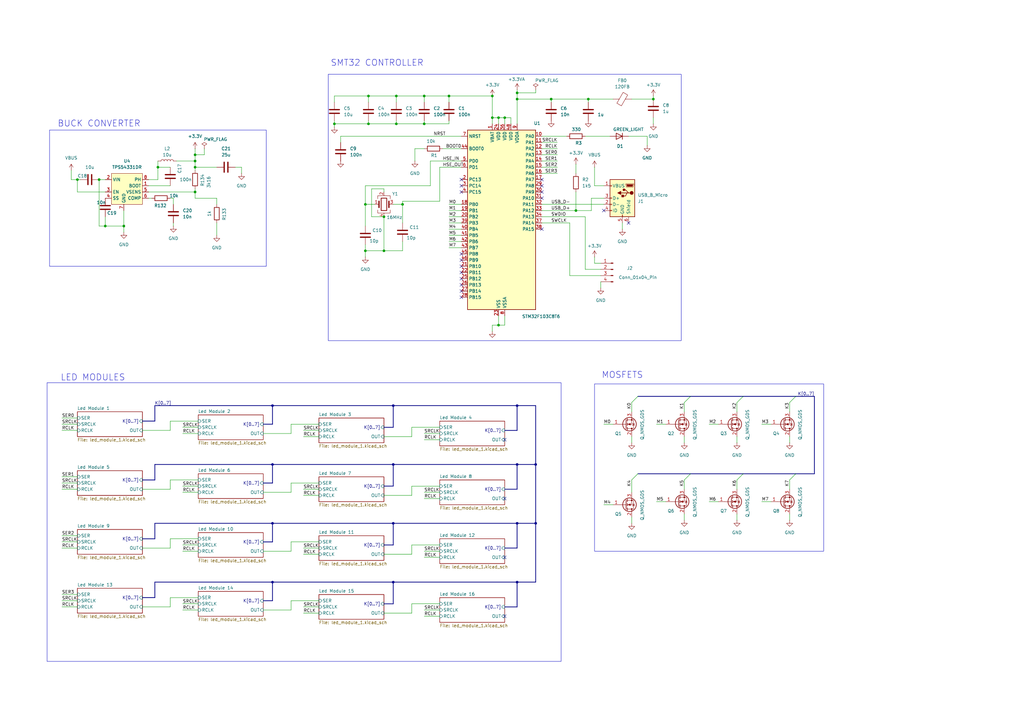
<source format=kicad_sch>
(kicad_sch (version 20231120) (generator "eeschema") (generator_version "8.0")
  (paper "A3")
  (junction (at 236.22 86.36))
  (junction (at 212.09 238.76))
  (junction (at 162.56 50.8))
  (junction (at 219.71 214.63))
  (junction (at 111.76 190.5))
  (junction (at 137.16 50.8))
  (junction (at 50.8 92.71))
  (junction (at 151.13 50.8))
  (junction (at 165.1 83.82))
  (junction (at 201.93 39.37))
  (junction (at 162.56 39.37))
  (junction (at 267.97 40.64))
  (junction (at 151.13 39.37))
  (junction (at 161.29 166.37))
  (junction (at 212.09 214.63))
  (junction (at 173.99 50.8))
  (junction (at 204.47 48.26))
  (junction (at 204.47 133.35))
  (junction (at 173.99 39.37))
  (junction (at 161.29 238.76))
  (junction (at 111.76 238.76))
  (junction (at 111.76 166.37))
  (junction (at 149.86 102.87))
  (junction (at 212.09 38.1))
  (junction (at 40.64 73.66))
  (junction (at 64.77 68.58))
  (junction (at 80.01 78.74))
  (junction (at 111.76 214.63))
  (junction (at 161.29 214.63))
  (junction (at 207.01 48.26))
  (junction (at 201.93 48.26))
  (junction (at 80.01 66.04))
  (junction (at 80.01 63.5))
  (junction (at 157.48 102.87))
  (junction (at 241.3 40.64))
  (junction (at 157.48 88.9))
  (junction (at 184.15 39.37))
  (junction (at 226.06 40.64))
  (junction (at 219.71 190.5))
  (junction (at 43.18 92.71))
  (junction (at 149.86 83.82))
  (junction (at 31.75 73.66))
  (junction (at 212.09 166.37))
  (junction (at 212.09 190.5))
  (junction (at 212.09 40.64))
  (junction (at 80.01 68.58))
  (junction (at 161.29 190.5))
  (no_connect (at 189.23 116.84))
  (no_connect (at 247.65 86.36))
  (no_connect (at 207.01 252.73))
  (no_connect (at 207.01 180.34))
  (no_connect (at 189.23 114.3))
  (no_connect (at 222.25 81.28))
  (no_connect (at 207.01 204.47))
  (no_connect (at 207.01 228.6))
  (no_connect (at 222.25 93.98))
  (no_connect (at 189.23 104.14))
  (no_connect (at 222.25 73.66))
  (no_connect (at 222.25 78.74))
  (no_connect (at 189.23 119.38))
  (no_connect (at 189.23 121.92))
  (no_connect (at 222.25 76.2))
  (no_connect (at 189.23 109.22))
  (no_connect (at 189.23 111.76))
  (no_connect (at 189.23 78.74))
  (no_connect (at 189.23 76.2))
  (no_connect (at 189.23 106.68))
  (no_connect (at 189.23 73.66))
  (no_connect (at 257.81 91.44))
  (bus_entry (at 302.26 165.1) (size 2.54 -2.54))
  (bus_entry (at 323.85 196.85) (size 2.54 -2.54))
  (bus_entry (at 280.67 196.85) (size 2.54 -2.54))
  (bus_entry (at 302.26 196.85) (size 2.54 -2.54))
  (bus_entry (at 259.08 196.85) (size 2.54 -2.54))
  (bus_entry (at 259.08 165.1) (size 2.54 -2.54))
  (bus_entry (at 280.67 165.1) (size 2.54 -2.54))
  (bus_entry (at 323.85 165.1) (size 2.54 -2.54))
  (bus (pts (xy 107.95 246.38) (xy 111.76 246.38)))
  (wire (pts (xy 212.09 40.64) (xy 226.06 40.64)))
  (wire (pts (xy 74.93 223.52) (xy 81.28 223.52)))
  (wire (pts (xy 323.85 196.85) (xy 323.85 200.66)))
  (bus (pts (xy 219.71 214.63) (xy 219.71 238.76)))
  (wire (pts (xy 80.01 66.04) (xy 80.01 68.58)))
  (wire (pts (xy 119.38 201.93) (xy 119.38 198.12)))
  (wire (pts (xy 259.08 196.85) (xy 259.08 201.93)))
  (bus (pts (xy 161.29 247.65) (xy 161.29 238.76)))
  (wire (pts (xy 69.85 224.79) (xy 69.85 220.98)))
  (bus (pts (xy 207.01 200.66) (xy 212.09 200.66)))
  (bus (pts (xy 161.29 166.37) (xy 212.09 166.37)))
  (bus (pts (xy 157.48 175.26) (xy 161.29 175.26)))
  (wire (pts (xy 157.48 203.2) (xy 168.91 203.2)))
  (wire (pts (xy 201.93 133.35) (xy 201.93 135.89)))
  (bus (pts (xy 326.39 162.56) (xy 334.01 162.56)))
  (wire (pts (xy 201.93 48.26) (xy 201.93 50.8)))
  (wire (pts (xy 80.01 68.58) (xy 80.01 69.85)))
  (wire (pts (xy 212.09 36.83) (xy 212.09 38.1)))
  (wire (pts (xy 107.95 226.06) (xy 119.38 226.06)))
  (wire (pts (xy 25.4 173.99) (xy 31.75 173.99)))
  (wire (pts (xy 74.93 201.93) (xy 81.28 201.93)))
  (wire (pts (xy 173.99 250.19) (xy 180.34 250.19)))
  (wire (pts (xy 259.08 179.07) (xy 259.08 181.61)))
  (bus (pts (xy 207.01 176.53) (xy 212.09 176.53)))
  (wire (pts (xy 107.95 177.8) (xy 119.38 177.8)))
  (wire (pts (xy 25.4 195.58) (xy 31.75 195.58)))
  (wire (pts (xy 259.08 212.09) (xy 259.08 214.63)))
  (bus (pts (xy 63.5 238.76) (xy 111.76 238.76)))
  (bus (pts (xy 107.95 173.99) (xy 111.76 173.99)))
  (bus (pts (xy 212.09 200.66) (xy 212.09 190.5)))
  (bus (pts (xy 304.8 194.31) (xy 326.39 194.31)))
  (wire (pts (xy 236.22 78.74) (xy 236.22 86.36)))
  (wire (pts (xy 226.06 40.64) (xy 241.3 40.64)))
  (wire (pts (xy 29.21 73.66) (xy 29.21 69.85)))
  (bus (pts (xy 212.09 214.63) (xy 219.71 214.63)))
  (wire (pts (xy 290.83 173.99) (xy 294.64 173.99)))
  (wire (pts (xy 173.99 50.8) (xy 184.15 50.8)))
  (wire (pts (xy 119.38 222.25) (xy 130.81 222.25)))
  (wire (pts (xy 124.46 224.79) (xy 130.81 224.79)))
  (wire (pts (xy 58.42 248.92) (xy 69.85 248.92)))
  (wire (pts (xy 168.91 247.65) (xy 180.34 247.65)))
  (wire (pts (xy 312.42 173.99) (xy 316.23 173.99)))
  (bus (pts (xy 58.42 220.98) (xy 63.5 220.98)))
  (wire (pts (xy 168.91 227.33) (xy 168.91 223.52)))
  (wire (pts (xy 69.85 172.72) (xy 81.28 172.72)))
  (bus (pts (xy 161.29 190.5) (xy 212.09 190.5)))
  (wire (pts (xy 302.26 210.82) (xy 302.26 213.36)))
  (wire (pts (xy 71.12 81.28) (xy 71.12 83.82)))
  (wire (pts (xy 255.27 91.44) (xy 255.27 93.98)))
  (wire (pts (xy 201.93 133.35) (xy 204.47 133.35)))
  (bus (pts (xy 212.09 224.79) (xy 212.09 214.63)))
  (wire (pts (xy 173.99 226.06) (xy 180.34 226.06)))
  (wire (pts (xy 241.3 40.64) (xy 241.3 41.91)))
  (wire (pts (xy 222.25 66.04) (xy 228.6 66.04)))
  (wire (pts (xy 173.99 177.8) (xy 180.34 177.8)))
  (wire (pts (xy 69.85 200.66) (xy 69.85 196.85)))
  (wire (pts (xy 173.99 39.37) (xy 173.99 41.91)))
  (wire (pts (xy 50.8 92.71) (xy 50.8 95.25)))
  (wire (pts (xy 184.15 83.82) (xy 189.23 83.82)))
  (wire (pts (xy 184.15 49.53) (xy 184.15 50.8)))
  (wire (pts (xy 184.15 86.36) (xy 189.23 86.36)))
  (wire (pts (xy 204.47 129.54) (xy 204.47 133.35)))
  (bus (pts (xy 161.29 223.52) (xy 161.29 214.63)))
  (wire (pts (xy 184.15 88.9) (xy 189.23 88.9)))
  (wire (pts (xy 69.85 248.92) (xy 69.85 245.11)))
  (wire (pts (xy 212.09 38.1) (xy 219.71 38.1)))
  (wire (pts (xy 157.48 251.46) (xy 168.91 251.46)))
  (wire (pts (xy 80.01 63.5) (xy 83.82 63.5)))
  (wire (pts (xy 25.4 171.45) (xy 31.75 171.45)))
  (wire (pts (xy 71.12 91.44) (xy 71.12 92.71)))
  (wire (pts (xy 236.22 67.31) (xy 236.22 71.12)))
  (wire (pts (xy 243.84 76.2) (xy 247.65 76.2)))
  (wire (pts (xy 137.16 50.8) (xy 137.16 52.07)))
  (wire (pts (xy 176.53 66.04) (xy 189.23 66.04)))
  (wire (pts (xy 269.24 205.74) (xy 273.05 205.74)))
  (wire (pts (xy 25.4 219.71) (xy 31.75 219.71)))
  (wire (pts (xy 162.56 39.37) (xy 173.99 39.37)))
  (wire (pts (xy 124.46 227.33) (xy 130.81 227.33)))
  (wire (pts (xy 222.25 55.88) (xy 232.41 55.88)))
  (wire (pts (xy 40.64 73.66) (xy 40.64 92.71)))
  (wire (pts (xy 80.01 63.5) (xy 80.01 60.96)))
  (wire (pts (xy 80.01 68.58) (xy 88.9 68.58)))
  (wire (pts (xy 184.15 101.6) (xy 189.23 101.6)))
  (wire (pts (xy 246.38 115.57) (xy 246.38 118.11)))
  (wire (pts (xy 151.13 39.37) (xy 162.56 39.37)))
  (wire (pts (xy 280.67 179.07) (xy 280.67 181.61)))
  (wire (pts (xy 161.29 83.82) (xy 165.1 83.82)))
  (wire (pts (xy 242.57 86.36) (xy 242.57 81.28)))
  (bus (pts (xy 219.71 166.37) (xy 219.71 190.5)))
  (wire (pts (xy 184.15 99.06) (xy 189.23 99.06)))
  (wire (pts (xy 280.67 210.82) (xy 280.67 213.36)))
  (wire (pts (xy 168.91 251.46) (xy 168.91 247.65)))
  (bus (pts (xy 212.09 248.92) (xy 212.09 238.76)))
  (wire (pts (xy 25.4 224.79) (xy 31.75 224.79)))
  (wire (pts (xy 241.3 40.64) (xy 251.46 40.64)))
  (wire (pts (xy 43.18 88.9) (xy 43.18 92.71)))
  (wire (pts (xy 60.96 81.28) (xy 62.23 81.28)))
  (wire (pts (xy 181.61 60.96) (xy 189.23 60.96)))
  (bus (pts (xy 283.21 162.56) (xy 261.62 162.56)))
  (wire (pts (xy 222.25 60.96) (xy 228.6 60.96)))
  (wire (pts (xy 180.34 68.58) (xy 189.23 68.58)))
  (wire (pts (xy 240.03 88.9) (xy 240.03 110.49)))
  (wire (pts (xy 323.85 165.1) (xy 323.85 168.91)))
  (bus (pts (xy 111.76 173.99) (xy 111.76 166.37)))
  (wire (pts (xy 170.18 60.96) (xy 170.18 66.04)))
  (wire (pts (xy 290.83 205.74) (xy 294.64 205.74)))
  (wire (pts (xy 80.01 78.74) (xy 80.01 81.28)))
  (wire (pts (xy 124.46 251.46) (xy 130.81 251.46)))
  (wire (pts (xy 139.7 58.42) (xy 139.7 55.88)))
  (wire (pts (xy 162.56 49.53) (xy 162.56 50.8)))
  (wire (pts (xy 173.99 39.37) (xy 184.15 39.37)))
  (wire (pts (xy 69.85 220.98) (xy 81.28 220.98)))
  (wire (pts (xy 74.93 177.8) (xy 81.28 177.8)))
  (wire (pts (xy 124.46 179.07) (xy 130.81 179.07)))
  (wire (pts (xy 25.4 243.84) (xy 31.75 243.84)))
  (wire (pts (xy 302.26 165.1) (xy 302.26 168.91)))
  (wire (pts (xy 149.86 83.82) (xy 149.86 92.71)))
  (wire (pts (xy 184.15 39.37) (xy 201.93 39.37)))
  (bus (pts (xy 58.42 172.72) (xy 63.5 172.72)))
  (wire (pts (xy 207.01 129.54) (xy 207.01 133.35)))
  (wire (pts (xy 267.97 50.8) (xy 267.97 48.26)))
  (wire (pts (xy 74.93 226.06) (xy 81.28 226.06)))
  (bus (pts (xy 58.42 245.11) (xy 63.5 245.11)))
  (wire (pts (xy 152.4 77.47) (xy 152.4 88.9)))
  (wire (pts (xy 168.91 175.26) (xy 180.34 175.26)))
  (wire (pts (xy 74.93 250.19) (xy 81.28 250.19)))
  (wire (pts (xy 25.4 246.38) (xy 31.75 246.38)))
  (wire (pts (xy 139.7 55.88) (xy 189.23 55.88)))
  (bus (pts (xy 261.62 194.31) (xy 283.21 194.31)))
  (bus (pts (xy 326.39 194.31) (xy 334.01 194.31)))
  (wire (pts (xy 29.21 73.66) (xy 31.75 73.66)))
  (wire (pts (xy 157.48 77.47) (xy 157.48 78.74)))
  (bus (pts (xy 63.5 196.85) (xy 63.5 190.5)))
  (wire (pts (xy 207.01 48.26) (xy 204.47 48.26)))
  (wire (pts (xy 96.52 68.58) (xy 99.06 68.58)))
  (bus (pts (xy 63.5 166.37) (xy 111.76 166.37)))
  (bus (pts (xy 304.8 162.56) (xy 283.21 162.56)))
  (wire (pts (xy 323.85 210.82) (xy 323.85 213.36)))
  (wire (pts (xy 243.84 105.41) (xy 243.84 107.95)))
  (bus (pts (xy 111.76 214.63) (xy 161.29 214.63)))
  (wire (pts (xy 176.53 66.04) (xy 176.53 76.2)))
  (wire (pts (xy 323.85 179.07) (xy 323.85 181.61)))
  (wire (pts (xy 107.95 201.93) (xy 119.38 201.93)))
  (wire (pts (xy 64.77 73.66) (xy 60.96 73.66)))
  (bus (pts (xy 157.48 199.39) (xy 161.29 199.39)))
  (wire (pts (xy 88.9 91.44) (xy 88.9 96.52)))
  (wire (pts (xy 204.47 48.26) (xy 204.47 50.8)))
  (wire (pts (xy 302.26 196.85) (xy 302.26 200.66)))
  (wire (pts (xy 247.65 207.01) (xy 251.46 207.01)))
  (wire (pts (xy 240.03 110.49) (xy 246.38 110.49)))
  (bus (pts (xy 111.76 166.37) (xy 161.29 166.37)))
  (bus (pts (xy 207.01 248.92) (xy 212.09 248.92)))
  (wire (pts (xy 64.77 68.58) (xy 64.77 73.66)))
  (wire (pts (xy 74.93 175.26) (xy 81.28 175.26)))
  (wire (pts (xy 168.91 203.2) (xy 168.91 199.39)))
  (wire (pts (xy 25.4 248.92) (xy 31.75 248.92)))
  (wire (pts (xy 173.99 49.53) (xy 173.99 50.8)))
  (wire (pts (xy 247.65 173.99) (xy 251.46 173.99)))
  (wire (pts (xy 243.84 68.58) (xy 243.84 76.2)))
  (wire (pts (xy 226.06 41.91) (xy 226.06 40.64)))
  (wire (pts (xy 180.34 82.55) (xy 180.34 68.58)))
  (wire (pts (xy 240.03 55.88) (xy 250.19 55.88)))
  (bus (pts (xy 334.01 194.31) (xy 334.01 162.56)))
  (wire (pts (xy 280.67 196.85) (xy 280.67 200.66)))
  (wire (pts (xy 222.25 91.44) (xy 233.68 91.44)))
  (wire (pts (xy 212.09 40.64) (xy 212.09 50.8)))
  (wire (pts (xy 69.85 176.53) (xy 69.85 172.72)))
  (wire (pts (xy 124.46 176.53) (xy 130.81 176.53)))
  (wire (pts (xy 31.75 73.66) (xy 33.02 73.66)))
  (wire (pts (xy 64.77 68.58) (xy 69.85 68.58)))
  (wire (pts (xy 173.99 201.93) (xy 180.34 201.93)))
  (wire (pts (xy 168.91 179.07) (xy 168.91 175.26)))
  (wire (pts (xy 165.1 82.55) (xy 165.1 83.82)))
  (wire (pts (xy 207.01 48.26) (xy 207.01 50.8)))
  (wire (pts (xy 25.4 198.12) (xy 31.75 198.12)))
  (wire (pts (xy 151.13 39.37) (xy 151.13 41.91)))
  (wire (pts (xy 151.13 50.8) (xy 162.56 50.8)))
  (wire (pts (xy 157.48 179.07) (xy 168.91 179.07)))
  (bus (pts (xy 58.42 196.85) (xy 63.5 196.85)))
  (wire (pts (xy 204.47 48.26) (xy 201.93 48.26)))
  (bus (pts (xy 212.09 190.5) (xy 219.71 190.5)))
  (wire (pts (xy 157.48 102.87) (xy 149.86 102.87)))
  (bus (pts (xy 111.76 198.12) (xy 111.76 190.5)))
  (wire (pts (xy 137.16 49.53) (xy 137.16 50.8)))
  (wire (pts (xy 124.46 200.66) (xy 130.81 200.66)))
  (wire (pts (xy 184.15 41.91) (xy 184.15 39.37)))
  (bus (pts (xy 111.76 238.76) (xy 161.29 238.76)))
  (bus (pts (xy 157.48 247.65) (xy 161.29 247.65)))
  (wire (pts (xy 184.15 96.52) (xy 189.23 96.52)))
  (wire (pts (xy 242.57 81.28) (xy 247.65 81.28)))
  (bus (pts (xy 212.09 166.37) (xy 219.71 166.37)))
  (wire (pts (xy 69.85 245.11) (xy 81.28 245.11)))
  (wire (pts (xy 151.13 49.53) (xy 151.13 50.8)))
  (wire (pts (xy 149.86 83.82) (xy 153.67 83.82)))
  (wire (pts (xy 60.96 76.2) (xy 69.85 76.2)))
  (wire (pts (xy 222.25 68.58) (xy 228.6 68.58)))
  (wire (pts (xy 119.38 250.19) (xy 119.38 246.38)))
  (wire (pts (xy 137.16 50.8) (xy 151.13 50.8)))
  (bus (pts (xy 161.29 238.76) (xy 212.09 238.76)))
  (bus (pts (xy 304.8 162.56) (xy 326.39 162.56)))
  (wire (pts (xy 165.1 102.87) (xy 165.1 99.06)))
  (bus (pts (xy 157.48 223.52) (xy 161.29 223.52)))
  (wire (pts (xy 64.77 66.04) (xy 64.77 68.58)))
  (wire (pts (xy 157.48 77.47) (xy 152.4 77.47)))
  (wire (pts (xy 168.91 199.39) (xy 180.34 199.39)))
  (wire (pts (xy 312.42 205.74) (xy 316.23 205.74)))
  (wire (pts (xy 50.8 86.36) (xy 50.8 92.71)))
  (bus (pts (xy 63.5 214.63) (xy 111.76 214.63)))
  (wire (pts (xy 99.06 68.58) (xy 99.06 71.12)))
  (wire (pts (xy 246.38 113.03) (xy 233.68 113.03)))
  (wire (pts (xy 152.4 88.9) (xy 157.48 88.9)))
  (wire (pts (xy 25.4 176.53) (xy 31.75 176.53)))
  (bus (pts (xy 212.09 176.53) (xy 212.09 166.37)))
  (wire (pts (xy 173.99 228.6) (xy 180.34 228.6)))
  (bus (pts (xy 111.76 246.38) (xy 111.76 238.76)))
  (wire (pts (xy 74.93 247.65) (xy 81.28 247.65)))
  (wire (pts (xy 173.99 60.96) (xy 170.18 60.96)))
  (wire (pts (xy 184.15 93.98) (xy 189.23 93.98)))
  (wire (pts (xy 119.38 246.38) (xy 130.81 246.38)))
  (wire (pts (xy 269.24 173.99) (xy 273.05 173.99)))
  (wire (pts (xy 209.55 48.26) (xy 207.01 48.26)))
  (wire (pts (xy 71.12 81.28) (xy 69.85 81.28)))
  (wire (pts (xy 157.48 102.87) (xy 165.1 102.87)))
  (wire (pts (xy 157.48 227.33) (xy 168.91 227.33)))
  (wire (pts (xy 58.42 224.79) (xy 69.85 224.79)))
  (wire (pts (xy 43.18 78.74) (xy 31.75 78.74)))
  (wire (pts (xy 233.68 113.03) (xy 233.68 91.44)))
  (wire (pts (xy 137.16 41.91) (xy 137.16 39.37)))
  (wire (pts (xy 80.01 81.28) (xy 88.9 81.28)))
  (wire (pts (xy 222.25 83.82) (xy 247.65 83.82)))
  (bus (pts (xy 283.21 194.31) (xy 304.8 194.31)))
  (wire (pts (xy 119.38 173.99) (xy 130.81 173.99)))
  (wire (pts (xy 88.9 81.28) (xy 88.9 83.82)))
  (wire (pts (xy 80.01 77.47) (xy 80.01 78.74)))
  (bus (pts (xy 161.29 175.26) (xy 161.29 166.37)))
  (wire (pts (xy 173.99 204.47) (xy 180.34 204.47)))
  (bus (pts (xy 63.5 172.72) (xy 63.5 166.37)))
  (wire (pts (xy 149.86 76.2) (xy 149.86 83.82)))
  (wire (pts (xy 107.95 250.19) (xy 119.38 250.19)))
  (wire (pts (xy 58.42 200.66) (xy 69.85 200.66)))
  (wire (pts (xy 184.15 91.44) (xy 189.23 91.44)))
  (wire (pts (xy 74.93 199.39) (xy 81.28 199.39)))
  (wire (pts (xy 119.38 177.8) (xy 119.38 173.99)))
  (wire (pts (xy 176.53 76.2) (xy 149.86 76.2)))
  (bus (pts (xy 219.71 190.5) (xy 219.71 214.63)))
  (wire (pts (xy 165.1 82.55) (xy 180.34 82.55)))
  (wire (pts (xy 209.55 50.8) (xy 209.55 48.26)))
  (wire (pts (xy 168.91 223.52) (xy 180.34 223.52)))
  (bus (pts (xy 107.95 222.25) (xy 111.76 222.25)))
  (bus (pts (xy 212.09 238.76) (xy 219.71 238.76)))
  (wire (pts (xy 80.01 66.04) (xy 80.01 63.5)))
  (wire (pts (xy 43.18 92.71) (xy 50.8 92.71)))
  (bus (pts (xy 63.5 190.5) (xy 111.76 190.5)))
  (bus (pts (xy 63.5 245.11) (xy 63.5 238.76)))
  (wire (pts (xy 222.25 86.36) (xy 236.22 86.36)))
  (wire (pts (xy 124.46 248.92) (xy 130.81 248.92)))
  (wire (pts (xy 80.01 78.74) (xy 60.96 78.74)))
  (wire (pts (xy 162.56 39.37) (xy 162.56 41.91)))
  (bus (pts (xy 161.29 199.39) (xy 161.29 190.5)))
  (wire (pts (xy 124.46 203.2) (xy 130.81 203.2)))
  (wire (pts (xy 259.08 40.64) (xy 267.97 40.64)))
  (wire (pts (xy 246.38 107.95) (xy 243.84 107.95)))
  (wire (pts (xy 222.25 71.12) (xy 228.6 71.12)))
  (wire (pts (xy 222.25 58.42) (xy 228.6 58.42)))
  (wire (pts (xy 302.26 179.07) (xy 302.26 181.61)))
  (wire (pts (xy 173.99 252.73) (xy 180.34 252.73)))
  (wire (pts (xy 40.64 92.71) (xy 43.18 92.71)))
  (wire (pts (xy 162.56 50.8) (xy 173.99 50.8)))
  (bus (pts (xy 111.76 222.25) (xy 111.76 214.63)))
  (wire (pts (xy 83.82 63.5) (xy 83.82 60.96)))
  (wire (pts (xy 219.71 38.1) (xy 219.71 36.83)))
  (wire (pts (xy 212.09 38.1) (xy 212.09 40.64)))
  (wire (pts (xy 165.1 83.82) (xy 165.1 91.44)))
  (bus (pts (xy 63.5 220.98) (xy 63.5 214.63)))
  (bus (pts (xy 207.01 224.79) (xy 212.09 224.79)))
  (wire (pts (xy 58.42 176.53) (xy 69.85 176.53)))
  (wire (pts (xy 25.4 200.66) (xy 31.75 200.66)))
  (wire (pts (xy 69.85 196.85) (xy 81.28 196.85)))
  (wire (pts (xy 40.64 73.66) (xy 43.18 73.66)))
  (wire (pts (xy 207.01 133.35) (xy 204.47 133.35)))
  (wire (pts (xy 72.39 66.04) (xy 80.01 66.04)))
  (bus (pts (xy 107.95 198.12) (xy 111.76 198.12)))
  (wire (pts (xy 137.16 39.37) (xy 151.13 39.37)))
  (wire (pts (xy 149.86 100.33) (xy 149.86 102.87)))
  (wire (pts (xy 257.81 55.88) (xy 265.43 55.88)))
  (wire (pts (xy 149.86 102.87) (xy 149.86 105.41)))
  (bus (pts (xy 161.29 214.63) (xy 212.09 214.63)))
  (bus (pts (xy 111.76 190.5) (xy 161.29 190.5)))
  (wire (pts (xy 25.4 222.25) (xy 31.75 222.25)))
  (wire (pts (xy 173.99 180.34) (xy 180.34 180.34)))
  (wire (pts (xy 265.43 55.88) (xy 265.43 59.69)))
  (wire (pts (xy 259.08 165.1) (xy 259.08 168.91)))
  (wire (pts (xy 201.93 39.37) (xy 201.93 48.26)))
  (wire (pts (xy 280.67 165.1) (xy 280.67 168.91)))
  (wire (pts (xy 119.38 226.06) (xy 119.38 222.25)))
  (wire (pts (xy 267.97 39.37) (xy 267.97 40.64)))
  (wire (pts (xy 222.25 63.5) (xy 228.6 63.5)))
  (wire (pts (xy 222.25 88.9) (xy 240.03 88.9)))
  (wire (pts (xy 119.38 198.12) (xy 130.81 198.12)))
  (wire (pts (xy 236.22 86.36) (xy 242.57 86.36)))
  (wire (pts (xy 31.75 78.74) (xy 31.75 73.66)))
  (wire (pts (xy 157.48 88.9) (xy 157.48 102.87)))
  (rectangle (start 243.84 157.48) (end 337.82 226.06))
  (rectangle (start 20.32 53.34) (end 109.22 109.22))
  (rectangle (start 134.62 30.48) (end 279.4 139.7))
  (rectangle (start 19.304 156.972) (end 230.124 271.272))
  (text "SMT32 CONTROLLER" (at 154.686 25.908 0) (effects (font (size 2.54 2.54))))
  (text "BUCK CONVERTER" (at 40.64 50.8 0) (effects (font (size 2.54 2.54))))
  (text "LED MODULES" (at 38.1 154.94 0) (effects (font (size 2.54 2.54))))
  (text "MOSFETS" (at 255.27 153.924 0) (effects (font (size 2.54 2.54))))
  (label "SRCLK" (at 173.99 201.93 0))
  (label "M4" (at 184.15 93.98 0))
  (label "K[0..7]" (at 334.01 162.56 180))
  (label "M0" (at 247.65 173.99 0))
  (label "M7" (at 184.15 101.6 0))
  (label "SRCLK" (at 173.99 226.06 0))
  (label "M5" (at 184.15 96.52 0))
  (label "SRCLK" (at 74.93 199.39 0))
  (label "SER2" (at 25.4 219.71 0))
  (label "RCLK" (at 173.99 228.6 0))
  (label "SRCLK" (at 173.99 250.19 0))
  (label "K3" (at 323.85 165.1 270))
  (label "SRCLK" (at 25.4 222.25 0))
  (label "SRCLK" (at 124.46 176.53 0))
  (label "M6" (at 290.83 205.74 0))
  (label "RCLK" (at 25.4 200.66 0))
  (label "SWDIO" (at 226.06 88.9 0))
  (label "SRCLK" (at 25.4 198.12 0))
  (label "K7" (at 323.85 196.85 270))
  (label "M1" (at 184.15 86.36 0))
  (label "SER3" (at 228.6 71.12 180))
  (label "RCLK" (at 124.46 251.46 0))
  (label "SRCLK" (at 124.46 248.92 0))
  (label "M7" (at 312.42 205.74 0))
  (label "RCLK" (at 74.93 201.93 0))
  (label "K1" (at 280.67 165.1 270))
  (label "NRST" (at 177.8 55.88 0))
  (label "SRCLK" (at 173.99 177.8 0))
  (label "M5" (at 269.24 205.74 0))
  (label "HSE_OUT" (at 181.61 68.58 0))
  (label "RCLK" (at 25.4 248.92 0))
  (label "RCLK" (at 74.93 250.19 0))
  (label "SRCLK" (at 124.46 224.79 0))
  (label "RCLK" (at 173.99 252.73 0))
  (label "K0" (at 259.08 165.1 270))
  (label "M2" (at 290.83 173.99 0))
  (label "SER0" (at 228.6 63.5 180))
  (label "K6" (at 302.26 196.85 270))
  (label "SRCLK" (at 228.6 58.42 180))
  (label "USB_D-" (at 226.06 83.82 0))
  (label "USB_D+" (at 226.06 86.36 0))
  (label "SER2" (at 228.6 68.58 180))
  (label "M1" (at 269.24 173.99 0))
  (label "RCLK" (at 173.99 204.47 0))
  (label "SER1" (at 228.6 66.04 180))
  (label "K5" (at 280.67 196.85 270))
  (label "M3" (at 184.15 91.44 0))
  (label "SRCLK" (at 124.46 200.66 0))
  (label "SRCLK" (at 74.93 247.65 0))
  (label "RCLK" (at 173.99 180.34 0))
  (label "RCLK" (at 74.93 177.8 0))
  (label "BOOT0" (at 182.88 60.96 0))
  (label "SWCLK" (at 226.06 91.44 0))
  (label "K[0..7]" (at 63.5 166.37 0))
  (label "RCLK" (at 228.6 60.96 180))
  (label "K4" (at 259.08 196.85 270))
  (label "M3" (at 312.42 173.99 0))
  (label "SER1" (at 25.4 195.58 0))
  (label "SRCLK" (at 25.4 246.38 0))
  (label "M4" (at 247.65 207.01 0))
  (label "SRCLK" (at 25.4 173.99 0))
  (label "HSE_IN" (at 181.61 66.04 0))
  (label "SER0" (at 25.4 171.45 0))
  (label "K2" (at 302.26 165.1 270))
  (label "M0" (at 184.15 83.82 0))
  (label "SRCLK" (at 74.93 175.26 0))
  (label "RCLK" (at 25.4 176.53 0))
  (label "RCLK" (at 124.46 203.2 0))
  (label "SER3" (at 25.4 243.84 0))
  (label "SRCLK" (at 74.93 223.52 0))
  (label "RCLK" (at 124.46 179.07 0))
  (label "RCLK" (at 25.4 224.79 0))
  (label "RCLK" (at 74.93 226.06 0))
  (label "M6" (at 184.15 99.06 0))
  (label "M2" (at 184.15 88.9 0))
  (label "RCLK" (at 124.46 227.33 0))
  (symbol (lib_id "Device:C") (at 139.7 62.23 0) (unit 1)
    (property "Reference" "C9" (at 143.51 60.9599 0) (effects (justify left)))
    (property "Value" "100n" (at 143.51 63.4999 0) (effects (justify left)))
    (property "Footprint" "Capacitor_SMD:C_0402_1005Metric" (effects (hide yes)))
    (property "Description" "Unpolarized capacitor" (effects (hide yes)))
  )
  (symbol (lib_id "Device:Q_NMOS_GDS") (at 278.13 205.74 0) (mirror x) (unit 1)
    (property "Reference" "Q6" (at 273.812 209.55 0) (effects (justify left)))
    (property "Value" "Q_NMOS_GDS" (at 284.988 199.644 90) (effects (justify left)))
    (property "Footprint" "Package_TO_SOT_SMD:SOT-23" (effects (hide yes)))
    (property "Description" "N-MOSFET transistor, gate/drain/source" (effects (hide yes)))
  )
  (symbol (lib_id "Device:R") (at 66.04 81.28 90) (unit 1)
    (property "Reference" "R132" (at 65.786 84.328 90))
    (property "Value" "10k" (at 71.374 80.264 90))
    (property "Footprint" "Resistor_SMD:R_0402_1005Metric" (effects (hide yes)))
    (property "Description" "Resistor" (effects (hide yes)))
  )
  (symbol (lib_id "power:GND") (at 265.43 59.69 0) (unit 1)
    (property "Reference" "#PWR08" (effects (hide yes)))
    (property "Value" "GND" (at 265.43 64.77 0))
    (property "Description" "Power symbol creates a global label with name \"GND\" , ground" (effects (hide yes)))
  )
  (symbol (lib_id "Device:D") (at 254 55.88 180) (unit 1)
    (property "Reference" "D1" (at 252.984 59.944 0) (effects (justify right)))
    (property "Value" "GREEN_LIGHT" (at 251.46 53.086 0) (effects (justify right)))
    (property "Footprint" "LED_SMD:LED_1206_3216Metric" (effects (hide yes)))
    (property "Description" "Diode" (effects (hide yes)))
    (property "Sim.Device" "D" (effects (hide yes)))
    (property "Sim.Pins" "1=K 2=A" (effects (hide yes)))
  )
  (symbol (lib_id "Connector:USB_B_Micro") (at 255.27 81.28 0) (mirror y) (unit 1)
    (property "Reference" "J1" (at 261.62 82.5501 0) (effects (justify right)))
    (property "Value" "USB_B_Micro" (at 261.62 80.0101 0) (effects (justify right)))
    (property "Footprint" "Connector_USB:USB_Micro-B_Wuerth_629105150521" (effects (hide yes)))
    (property "Description" "USB Micro Type B connector" (effects (hide yes)))
  )
  (symbol (lib_id "power:GND") (at 246.38 118.11 0) (unit 1)
    (property "Reference" "#PWR014" (effects (hide yes)))
    (property "Value" "GND" (at 246.38 123.19 0))
    (property "Description" "Power symbol creates a global label with name \"GND\" , ground" (effects (hide yes)))
  )
  (symbol (lib_id "power:VBUS") (at 29.21 69.85 0) (unit 1)
    (property "Reference" "#PWR035" (effects (hide yes)))
    (property "Value" "VBUS" (at 29.21 64.77 0))
    (property "Description" "Power symbol creates a global label with name \"VBUS\"" (effects (hide yes)))
  )
  (symbol (lib_id "power:GND") (at 255.27 93.98 0) (unit 1)
    (property "Reference" "#PWR010" (effects (hide yes)))
    (property "Value" "GND" (at 255.27 99.06 0))
    (property "Description" "Power symbol creates a global label with name \"GND\" , ground" (effects (hide yes)))
  )
  (symbol (lib_id "power:GND") (at 50.8 95.25 0) (unit 1)
    (property "Reference" "#PWR034" (effects (hide yes)))
    (property "Value" "GND" (at 50.8 100.33 0))
    (property "Description" "Power symbol creates a global label with name \"GND\" , ground" (effects (hide yes)))
  )
  (symbol (lib_id "power:PWR_FLAG") (at 83.82 60.96 0) (unit 1)
    (property "Reference" "#FLG01" (effects (hide yes)))
    (property "Value" "PWR_FLAG" (at 88.392 57.15 0))
    (property "Description" "Special symbol for telling ERC where power comes from" (effects (hide yes)))
  )
  (symbol (lib_id "Device:R") (at 236.22 55.88 270) (unit 1)
    (property "Reference" "R3" (at 235.966 58.674 90) (effects (justify left)))
    (property "Value" "330" (at 234.442 53.086 90) (effects (justify left)))
    (property "Footprint" "Resistor_SMD:R_0402_1005Metric" (effects (hide yes)))
    (property "Description" "Resistor" (effects (hide yes)))
  )
  (symbol (lib_id "power:GND") (at 323.85 181.61 0) (unit 1)
    (property "Reference" "#PWR026" (effects (hide yes)))
    (property "Value" "GND" (at 323.85 186.69 0))
    (property "Description" "Power symbol creates a global label with name \"GND\" , ground" (effects (hide yes)))
  )
  (symbol (lib_id "power:+3.3VA") (at 212.09 36.83 0) (unit 1)
    (property "Reference" "#PWR04" (effects (hide yes)))
    (property "Value" "+3.3VA" (at 211.836 32.512 0))
    (property "Description" "Power symbol creates a global label with name \"+3.3VA\"" (effects (hide yes)))
  )
  (symbol (lib_id "Device:Q_NMOS_GDS") (at 321.31 173.99 0) (mirror x) (unit 1)
    (property "Reference" "Q4" (at 316.992 177.8 0) (effects (justify left)))
    (property "Value" "Q_NMOS_GDS" (at 328.168 167.894 90) (effects (justify left)))
    (property "Footprint" "Package_TO_SOT_SMD:SOT-23" (effects (hide yes)))
    (property "Description" "N-MOSFET transistor, gate/drain/source" (effects (hide yes)))
  )
  (symbol (lib_id "Connector:Conn_01x04_Pin") (at 251.46 110.49 0) (mirror y) (unit 1)
    (property "Reference" "J2" (at 258.318 109.982 0))
    (property "Value" "Conn_01x04_Pin" (at 261.62 113.792 0))
    (property "Footprint" "Connector_PinHeader_2.54mm:PinHeader_1x04_P2.54mm_Vertical" (effects (hide yes)))
    (property "Description" "Generic connector, single row, 01x04, script generated" (effects (hide yes)))
  )
  (symbol (lib_id "power:GND") (at 226.06 49.53 0) (unit 1)
    (property "Reference" "#PWR032" (effects (hide yes)))
    (property "Value" "GND" (effects (hide yes)))
    (property "Description" "Power symbol creates a global label with name \"GND\" , ground" (effects (hide yes)))
  )
  (symbol (lib_id "Device:FerriteBead") (at 255.27 40.64 90) (unit 1)
    (property "Reference" "FB0" (at 255.2192 33.02 90))
    (property "Value" "120FB" (at 255.2192 35.56 90))
    (property "Footprint" "Inductor_SMD:L_0603_1608Metric" (effects (hide yes)))
    (property "Description" "Ferrite bead" (effects (hide yes)))
  )
  (symbol (lib_id "power:+3.3V") (at 243.84 105.41 0) (unit 1)
    (property "Reference" "#PWR013" (effects (hide yes)))
    (property "Value" "+3.3V" (at 243.84 100.838 0))
    (property "Description" "Power symbol creates a global label with name \"+3.3V\"" (effects (hide yes)))
  )
  (symbol (lib_id "Device:C") (at 241.3 45.72 0) (unit 1)
    (property "Reference" "C7" (effects (hide yes)))
    (property "Value" "1u" (at 245.11 46.9899 0) (effects (justify left)))
    (property "Footprint" "Capacitor_SMD:C_0402_1005Metric" (effects (hide yes)))
    (property "Description" "Unpolarized capacitor" (effects (hide yes)))
  )
  (symbol (lib_id "power:GND") (at 323.85 213.36 0) (unit 1)
    (property "Reference" "#PWR030" (effects (hide yes)))
    (property "Value" "GND" (at 323.85 218.44 0))
    (property "Description" "Power symbol creates a global label with name \"GND\" , ground" (effects (hide yes)))
  )
  (symbol (lib_id "Device:C") (at 184.15 45.72 0) (unit 1)
    (property "Reference" "C1" (at 187.96 44.4499 0) (effects (justify left)))
    (property "Value" "100n" (at 187.96 46.9899 0) (effects (justify left)))
    (property "Footprint" "Capacitor_SMD:C_0402_1005Metric" (effects (hide yes)))
    (property "Description" "Unpolarized capacitor" (effects (hide yes)))
  )
  (symbol (lib_id "power:GND") (at 280.67 181.61 0) (unit 1)
    (property "Reference" "#PWR019" (effects (hide yes)))
    (property "Value" "GND" (at 280.67 186.69 0))
    (property "Description" "Power symbol creates a global label with name \"GND\" , ground" (effects (hide yes)))
  )
  (symbol (lib_id "Device:C") (at 267.97 44.45 0) (unit 1)
    (property "Reference" "C8" (at 271.78 43.1799 0) (effects (justify left)))
    (property "Value" "1u" (at 271.78 45.7199 0) (effects (justify left)))
    (property "Footprint" "Capacitor_SMD:C_0402_1005Metric" (effects (hide yes)))
    (property "Description" "Unpolarized capacitor" (effects (hide yes)))
  )
  (symbol (lib_id "Device:C") (at 149.86 96.52 180) (unit 1)
    (property "Reference" "C10" (at 154.686 94.488 0))
    (property "Value" "10p" (at 153.416 98.806 0))
    (property "Footprint" "Capacitor_SMD:C_0402_1005Metric" (effects (hide yes)))
    (property "Description" "Unpolarized capacitor" (effects (hide yes)))
  )
  (symbol (lib_id "Device:Q_NMOS_GDS") (at 256.54 207.01 0) (mirror x) (unit 1)
    (property "Reference" "Q5" (at 252.222 210.82 0) (effects (justify left)))
    (property "Value" "Q_NMOS_GDS" (at 263.398 200.914 90) (effects (justify left)))
    (property "Footprint" "Package_TO_SOT_SMD:SOT-23" (effects (hide yes)))
    (property "Description" "N-MOSFET transistor, gate/drain/source" (effects (hide yes)))
  )
  (symbol (lib_id "power:+3.3V") (at 201.93 39.37 0) (unit 1)
    (property "Reference" "#PWR02" (effects (hide yes)))
    (property "Value" "+3.3V" (at 201.93 34.798 0))
    (property "Description" "Power symbol creates a global label with name \"+3.3V\"" (effects (hide yes)))
  )
  (symbol (lib_id "power:GND") (at 267.97 50.8 0) (unit 1)
    (property "Reference" "#PWR06" (effects (hide yes)))
    (property "Value" "GND" (at 267.97 55.88 0))
    (property "Description" "Power symbol creates a global label with name \"GND\" , ground" (effects (hide yes)))
  )
  (symbol (lib_id "power:GND") (at 99.06 71.12 0) (unit 1)
    (property "Reference" "#PWR037" (effects (hide yes)))
    (property "Value" "GND" (at 99.06 76.2 0))
    (property "Description" "Power symbol creates a global label with name \"GND\" , ground" (effects (hide yes)))
  )
  (symbol (lib_id "MCU_ST_STM32F1:STM32F103C8Tx") (at 204.47 91.44 0) (unit 1)
    (property "Reference" "U1" (at 218.948 50.546 0) (effects (justify left)))
    (property "Value" "STM32F103C8T6" (at 214.122 129.794 0) (effects (justify left)))
    (property "Footprint" "Package_QFP:LQFP-48_7x7mm_P0.5mm" (effects (hide yes)))
    (property "Datasheet" "https://www.st.com/resource/en/datasheet/stm32f103c8.pdf" (effects (hide yes)))
    (property "Description" "STMicroelectronics Arm Cortex-M3 MCU, 64KB flash, 20KB RAM, 72 MHz, 2.0-3.6V, 37 GPIO, LQFP48" (effects (hide yes)))
  )
  (symbol (lib_id "Device:C") (at 137.16 45.72 0) (unit 1)
    (property "Reference" "C5" (at 140.97 44.4499 0) (effects (justify left)))
    (property "Value" "10u" (at 140.97 46.9899 0) (effects (justify left)))
    (property "Footprint" "Capacitor_SMD:C_0603_1608Metric" (effects (hide yes)))
    (property "Description" "Unpolarized capacitor" (effects (hide yes)))
  )
  (symbol (lib_id "power:GND") (at 201.93 135.89 0) (unit 1)
    (property "Reference" "#PWR01" (effects (hide yes)))
    (property "Value" "GND" (effects (hide yes)))
    (property "Description" "Power symbol creates a global label with name \"GND\" , ground" (effects (hide yes)))
  )
  (symbol (lib_id "Device:R") (at 177.8 60.96 90) (unit 1)
    (property "Reference" "R1" (at 178.054 63.754 90))
    (property "Value" "10k" (at 176.784 57.912 90))
    (property "Footprint" "Resistor_SMD:R_0402_1005Metric" (effects (hide yes)))
    (property "Description" "Resistor" (effects (hide yes)))
  )
  (symbol (lib_id "power:GND") (at 139.7 66.04 0) (unit 1)
    (property "Reference" "#PWR09" (effects (hide yes)))
    (property "Value" "GND" (effects (hide yes)))
    (property "Description" "Power symbol creates a global label with name \"GND\" , ground" (effects (hide yes)))
  )
  (symbol (lib_id "power:PWR_FLAG") (at 219.71 36.83 0) (unit 1)
    (property "Reference" "#FLG02" (effects (hide yes)))
    (property "Value" "PWR_FLAG" (at 224.282 33.02 0))
    (property "Description" "Special symbol for telling ERC where power comes from" (effects (hide yes)))
  )
  (symbol (lib_id "Device:R") (at 236.22 74.93 180) (unit 1)
    (property "Reference" "R2" (at 238.76 73.6599 0) (effects (justify right)))
    (property "Value" "1k5" (at 238.76 76.1999 0) (effects (justify right)))
    (property "Footprint" "Resistor_SMD:R_0402_1005Metric" (effects (hide yes)))
    (property "Description" "Resistor" (effects (hide yes)))
  )
  (symbol (lib_id "Device:C") (at 151.13 45.72 0) (unit 1)
    (property "Reference" "C4" (at 154.94 44.4499 0) (effects (justify left)))
    (property "Value" "100n" (at 154.94 46.9899 0) (effects (justify left)))
    (property "Footprint" "Capacitor_SMD:C_0402_1005Metric" (effects (hide yes)))
    (property "Description" "Unpolarized capacitor" (effects (hide yes)))
  )
  (symbol (lib_id "Device:R") (at 80.01 73.66 180) (unit 1)
    (property "Reference" "R134" (at 83.058 73.914 90))
    (property "Value" "3k16" (at 85.598 74.676 90))
    (property "Footprint" "Resistor_SMD:R_0402_1005Metric" (effects (hide yes)))
    (property "Description" "Resistor" (effects (hide yes)))
  )
  (symbol (lib_id "Device:C") (at 43.18 85.09 0) (unit 1)
    (property "Reference" "C19" (at 43.942 87.376 0) (effects (justify left)))
    (property "Value" "10n" (at 39.624 83.058 0) (effects (justify left)))
    (property "Footprint" "Capacitor_SMD:C_0402_1005Metric" (effects (hide yes)))
    (property "Description" "Unpolarized capacitor" (effects (hide yes)))
  )
  (symbol (lib_id "power:GND") (at 302.26 213.36 0) (unit 1)
    (property "Reference" "#PWR029" (effects (hide yes)))
    (property "Value" "GND" (at 302.26 218.44 0))
    (property "Description" "Power symbol creates a global label with name \"GND\" , ground" (effects (hide yes)))
  )
  (symbol (lib_id "Device:C") (at 162.56 45.72 0) (unit 1)
    (property "Reference" "C3" (at 166.37 44.4499 0) (effects (justify left)))
    (property "Value" "100n" (at 166.37 46.9899 0) (effects (justify left)))
    (property "Footprint" "Capacitor_SMD:C_0402_1005Metric" (effects (hide yes)))
    (property "Description" "Unpolarized capacitor" (effects (hide yes)))
  )
  (symbol (lib_id "Device:C") (at 69.85 72.39 0) (unit 1)
    (property "Reference" "C17" (at 73.66 71.1199 90) (effects (justify left)))
    (property "Value" "100n" (at 73.66 73.6599 0) (effects (justify left)))
    (property "Footprint" "Capacitor_SMD:C_0402_1005Metric" (effects (hide yes)))
    (property "Description" "Unpolarized capacitor" (effects (hide yes)))
  )
  (symbol (lib_id "power:GND") (at 302.26 181.61 0) (unit 1)
    (property "Reference" "#PWR025" (effects (hide yes)))
    (property "Value" "GND" (at 302.26 186.69 0))
    (property "Description" "Power symbol creates a global label with name \"GND\" , ground" (effects (hide yes)))
  )
  (symbol (lib_id "power:GND") (at 137.16 52.07 0) (unit 1)
    (property "Reference" "#PWR03" (effects (hide yes)))
    (property "Value" "GND" (effects (hide yes)))
    (property "Description" "Power symbol creates a global label with name \"GND\" , ground" (effects (hide yes)))
  )
  (symbol (lib_id "Device:L") (at 68.58 66.04 90) (unit 1)
    (property "Reference" "L2" (at 68.58 60.96 90))
    (property "Value" "10u" (at 68.58 63.5 90))
    (property "Footprint" "Inductor_SMD:L_6.3x6.3_H3" (effects (hide yes)))
    (property "Description" "Inductor" (effects (hide yes)))
  )
  (symbol (lib_id "power:+3.3V") (at 80.01 60.96 0) (unit 1)
    (property "Reference" "#PWR036" (effects (hide yes)))
    (property "Value" "+3.3V" (at 80.01 55.88 0))
    (property "Description" "Power symbol creates a global label with name \"+3.3V\"" (effects (hide yes)))
  )
  (symbol (lib_id "Device:Q_NMOS_GDS") (at 299.72 173.99 0) (mirror x) (unit 1)
    (property "Reference" "Q3" (at 295.402 177.8 0) (effects (justify left)))
    (property "Value" "Q_NMOS_GDS" (at 306.578 167.894 90) (effects (justify left)))
    (property "Footprint" "Package_TO_SOT_SMD:SOT-23" (effects (hide yes)))
    (property "Description" "N-MOSFET transistor, gate/drain/source" (effects (hide yes)))
  )
  (symbol (lib_id "Device:C") (at 165.1 95.25 180) (unit 1)
    (property "Reference" "C11" (at 169.926 93.218 0))
    (property "Value" "10p" (at 168.656 97.536 0))
    (property "Footprint" "Capacitor_SMD:C_0402_1005Metric" (effects (hide yes)))
    (property "Description" "Unpolarized capacitor" (effects (hide yes)))
  )
  (symbol (lib_id "power:GND") (at 88.9 96.52 0) (unit 1)
    (property "Reference" "#PWR038" (effects (hide yes)))
    (property "Value" "GND" (at 88.9 101.6 0))
    (property "Description" "Power symbol creates a global label with name \"GND\" , ground" (effects (hide yes)))
  )
  (symbol (lib_id "Device:C") (at 36.83 73.66 90) (unit 1)
    (property "Reference" "C18" (at 33.782 72.136 90))
    (property "Value" "10u" (at 36.83 68.58 90))
    (property "Footprint" "Capacitor_SMD:C_0603_1608Metric" (effects (hide yes)))
    (property "Description" "Unpolarized capacitor" (effects (hide yes)))
  )
  (symbol (lib_id "power:GND") (at 259.08 181.61 0) (unit 1)
    (property "Reference" "#PWR018" (effects (hide yes)))
    (property "Value" "GND" (at 259.08 186.69 0))
    (property "Description" "Power symbol creates a global label with name \"GND\" , ground" (effects (hide yes)))
  )
  (symbol (lib_id "power:VBUS") (at 243.84 68.58 0) (unit 1)
    (property "Reference" "#PWR011" (effects (hide yes)))
    (property "Value" "VBUS" (at 243.84 63.5 0))
    (property "Description" "Power symbol creates a global label with name \"VBUS\"" (effects (hide yes)))
  )
  (symbol (lib_id "power:GND") (at 71.12 92.71 0) (unit 1)
    (property "Reference" "#PWR039" (effects (hide yes)))
    (property "Value" "GND" (at 71.12 97.79 0))
    (property "Description" "Power symbol creates a global label with name \"GND\" , ground" (effects (hide yes)))
  )
  (symbol (lib_id "power:GND") (at 241.3 49.53 0) (unit 1)
    (property "Reference" "#PWR031" (effects (hide yes)))
    (property "Value" "GND" (effects (hide yes)))
    (property "Description" "Power symbol creates a global label with name \"GND\" , ground" (effects (hide yes)))
  )
  (symbol (lib_id "power:GND") (at 259.08 214.63 0) (unit 1)
    (property "Reference" "#PWR027" (effects (hide yes)))
    (property "Value" "GND" (at 259.08 219.71 0))
    (property "Description" "Power symbol creates a global label with name \"GND\" , ground" (effects (hide yes)))
  )
  (symbol (lib_id "Device:Q_NMOS_GDS") (at 321.31 205.74 0) (mirror x) (unit 1)
    (property "Reference" "Q8" (at 316.992 209.55 0) (effects (justify left)))
    (property "Value" "Q_NMOS_GDS" (at 328.168 199.644 90) (effects (justify left)))
    (property "Footprint" "Package_TO_SOT_SMD:SOT-23" (effects (hide yes)))
    (property "Description" "N-MOSFET transistor, gate/drain/source" (effects (hide yes)))
  )
  (symbol (lib_id "Device:C") (at 92.71 68.58 270) (unit 1)
    (property "Reference" "C21" (at 92.71 60.96 90))
    (property "Value" "25u" (at 92.71 63.5 90))
    (property "Footprint" "Capacitor_SMD:C_0805_2012Metric" (effects (hide yes)))
    (property "Description" "Unpolarized capacitor" (effects (hide yes)))
  )
  (symbol (lib_id "User_Symbols:TPS54331DR") (at 45.72 71.12 0) (unit 1)
    (property "Reference" "U4" (at 52.07 66.04 0))
    (property "Value" "TPS54331DR" (at 52.07 68.58 0))
    (property "Footprint" "Package_SO:SOIC-8_3.9x4.9mm_P1.27mm" (effects (hide yes)))
    (property "Datasheet" "https://wmsc.lcsc.com/wmsc/upload/file/pdf/v2/lcsc/1808272040_Texas-Instruments-TPS54331DR_C9865.pdf" (effects (hide yes)))
    (property "Description" "Switching Regulator" (effects (hide yes)))
  )
  (symbol (lib_id "Device:C") (at 173.99 45.72 0) (unit 1)
    (property "Reference" "C2" (at 177.8 44.4499 0) (effects (justify left)))
    (property "Value" "100n" (at 177.8 46.9899 0) (effects (justify left)))
    (property "Footprint" "Capacitor_SMD:C_0402_1005Metric" (effects (hide yes)))
    (property "Description" "Unpolarized capacitor" (effects (hide yes)))
  )
  (symbol (lib_id "power:GND") (at 280.67 213.36 0) (unit 1)
    (property "Reference" "#PWR028" (effects (hide yes)))
    (property "Value" "GND" (at 280.67 218.44 0))
    (property "Description" "Power symbol creates a global label with name \"GND\" , ground" (effects (hide yes)))
  )
  (symbol (lib_id "Device:C") (at 226.06 45.72 0) (unit 1)
    (property "Reference" "C6" (at 229.87 44.4499 0) (effects (justify left)))
    (property "Value" "10n" (at 229.87 46.9899 0) (effects (justify left)))
    (property "Footprint" "Capacitor_SMD:C_0603_1608Metric" (effects (hide yes)))
    (property "Description" "Unpolarized capacitor" (effects (hide yes)))
  )
  (symbol (lib_id "power:GND") (at 170.18 66.04 0) (unit 1)
    (property "Reference" "#PWR07" (effects (hide yes)))
    (property "Value" "GND" (at 170.18 71.12 0))
    (property "Description" "Power symbol creates a global label with name \"GND\" , ground" (effects (hide yes)))
  )
  (symbol (lib_id "Device:Q_NMOS_GDS") (at 299.72 205.74 0) (mirror x) (unit 1)
    (property "Reference" "Q7" (at 295.402 209.55 0) (effects (justify left)))
    (property "Value" "Q_NMOS_GDS" (at 306.578 199.644 90) (effects (justify left)))
    (property "Footprint" "Package_TO_SOT_SMD:SOT-23" (effects (hide yes)))
    (property "Description" "N-MOSFET transistor, gate/drain/source" (effects (hide yes)))
  )
  (symbol (lib_id "Device:R") (at 88.9 87.63 180) (unit 1)
    (property "Reference" "R133" (at 91.948 87.884 90))
    (property "Value" "1k" (at 85.852 87.63 90))
    (property "Footprint" "Resistor_SMD:R_0402_1005Metric" (effects (hide yes)))
    (property "Description" "Resistor" (effects (hide yes)))
  )
  (symbol (lib_id "power:+3.3V") (at 267.97 39.37 0) (unit 1)
    (property "Reference" "#PWR05" (effects (hide yes)))
    (property "Value" "+3.3V" (at 267.97 34.798 0))
    (property "Description" "Power symbol creates a global label with name \"+3.3V\"" (effects (hide yes)))
  )
  (symbol (lib_id "Device:Crystal_GND24") (at 157.48 83.82 0) (unit 1)
    (property "Reference" "Y1" (at 162.052 79.502 0))
    (property "Value" "16MHz" (at 161.798 89.154 0))
    (property "Footprint" "Crystal:Crystal_SMD_3225-4Pin_3.2x2.5mm" (effects (hide yes)))
    (property "Description" "Four pin crystal, GND on pins 2 and 4" (effects (hide yes)))
  )
  (symbol (lib_id "Device:Q_NMOS_GDS") (at 278.13 173.99 0) (mirror x) (unit 1)
    (property "Reference" "Q2" (at 273.812 177.8 0) (effects (justify left)))
    (property "Value" "Q_NMOS_GDS" (at 284.988 167.894 90) (effects (justify left)))
    (property "Footprint" "Package_TO_SOT_SMD:SOT-23" (effects (hide yes)))
    (property "Description" "N-MOSFET transistor, gate/drain/source" (effects (hide yes)))
  )
  (symbol (lib_id "power:+3.3V") (at 236.22 67.31 0) (unit 1)
    (property "Reference" "#PWR012" (effects (hide yes)))
    (property "Value" "+3.3V" (at 236.22 62.738 0))
    (property "Description" "Power symbol creates a global label with name \"+3.3V\"" (effects (hide yes)))
  )
  (symbol (lib_id "Device:C") (at 71.12 87.63 0) (unit 1)
    (property "Reference" "C20" (at 74.93 86.3599 0) (effects (justify left)))
    (property "Value" "10n" (at 74.93 88.8999 0) (effects (justify left)))
    (property "Footprint" "Capacitor_SMD:C_0402_1005Metric" (effects (hide yes)))
    (property "Description" "Unpolarized capacitor" (effects (hide yes)))
  )
  (symbol (lib_id "Device:Q_NMOS_GDS") (at 256.54 173.99 0) (mirror x) (unit 1)
    (property "Reference" "Q1" (at 252.222 177.8 0) (effects (justify left)))
    (property "Value" "Q_NMOS_GDS" (at 263.398 167.894 90) (effects (justify left)))
    (property "Footprint" "Package_TO_SOT_SMD:SOT-23" (effects (hide yes)))
    (property "Description" "N-MOSFET transistor, gate/drain/source" (effects (hide yes)))
  )
  (symbol (lib_id "power:GND") (at 149.86 105.41 0) (unit 1)
    (property "Reference" "#PWR033" (effects (hide yes)))
    (property "Value" "GND" (at 149.86 110.49 0))
    (property "Description" "Power symbol creates a global label with name \"GND\" , ground" (effects (hide yes)))
  )
  (sheet (at 81.28 170.18) (size 26.67 10.16) (stroke (width 0.1524))
    (property "Sheetname" "Led Module 2" (at 81.28 169.4684 0) (effects (justify left bottom)))
    (property "Sheetfile" "led_module_1.kicad_sch" (at 81.28 180.9246 0) (effects (justify left top)))
    (pin "RCLK" input (at 81.28 177.8 180))
    (pin "SRCLK" input (at 81.28 175.26 180))
    (pin "SER" input (at 81.28 172.72 180))
    (pin "OUT" input (at 107.95 177.8 0))
    (pin "K[0..7]" input (at 107.95 173.99 0))
  )
  (sheet (at 31.75 193.04) (size 26.67 10.16) (stroke (width 0.1524))
    (property "Sheetname" "Led Module 5" (at 31.75 192.3284 0) (effects (justify left bottom)))
    (property "Sheetfile" "led_module_1.kicad_sch" (at 31.75 203.7846 0) (effects (justify left top)))
    (pin "RCLK" input (at 31.75 200.66 180))
    (pin "SRCLK" input (at 31.75 198.12 180))
    (pin "SER" input (at 31.75 195.58 180))
    (pin "OUT" input (at 58.42 200.66 0))
    (pin "K[0..7]" input (at 58.42 196.85 0))
  )
  (sheet (at 180.34 245.11) (size 26.67 10.16) (stroke (width 0.1524))
    (property "Sheetname" "Led Module 16" (at 180.34 244.3984 0) (effects (justify left bottom)))
    (property "Sheetfile" "led_module_1.kicad_sch" (at 180.34 255.8546 0) (effects (justify left top)))
    (pin "RCLK" input (at 180.34 252.73 180))
    (pin "SRCLK" input (at 180.34 250.19 180))
    (pin "SER" input (at 180.34 247.65 180))
    (pin "OUT" input (at 207.01 252.73 0))
    (pin "K[0..7]" input (at 207.01 248.92 0))
  )
  (sheet (at 81.28 194.31) (size 26.67 10.16) (stroke (width 0.1524))
    (property "Sheetname" "Led Module 6" (at 81.28 193.5984 0) (effects (justify left bottom)))
    (property "Sheetfile" "led_module_1.kicad_sch" (at 81.28 205.0546 0) (effects (justify left top)))
    (pin "RCLK" input (at 81.28 201.93 180))
    (pin "SRCLK" input (at 81.28 199.39 180))
    (pin "SER" input (at 81.28 196.85 180))
    (pin "OUT" input (at 107.95 201.93 0))
    (pin "K[0..7]" input (at 107.95 198.12 0))
  )
  (sheet (at 130.81 171.45) (size 26.67 10.16) (stroke (width 0.1524))
    (property "Sheetname" "Led Module 3" (at 130.81 170.7384 0) (effects (justify left bottom)))
    (property "Sheetfile" "led_module_1.kicad_sch" (at 130.81 182.1946 0) (effects (justify left top)))
    (pin "RCLK" input (at 130.81 179.07 180))
    (pin "SRCLK" input (at 130.81 176.53 180))
    (pin "SER" input (at 130.81 173.99 180))
    (pin "OUT" input (at 157.48 179.07 0))
    (pin "K[0..7]" input (at 157.48 175.26 0))
  )
  (sheet (at 130.81 219.71) (size 26.67 10.16) (stroke (width 0.1524))
    (property "Sheetname" "Led Module 11" (at 130.81 218.9984 0) (effects (justify left bottom)))
    (property "Sheetfile" "led_module_1.kicad_sch" (at 130.81 230.4546 0) (effects (justify left top)))
    (pin "RCLK" input (at 130.81 227.33 180))
    (pin "SRCLK" input (at 130.81 224.79 180))
    (pin "SER" input (at 130.81 222.25 180))
    (pin "OUT" input (at 157.48 227.33 0))
    (pin "K[0..7]" input (at 157.48 223.52 0))
  )
  (sheet (at 31.75 217.17) (size 26.67 10.16) (stroke (width 0.1524))
    (property "Sheetname" "Led Module 9" (at 31.75 216.4584 0) (effects (justify left bottom)))
    (property "Sheetfile" "led_module_1.kicad_sch" (at 31.75 227.9146 0) (effects (justify left top)))
    (pin "RCLK" input (at 31.75 224.79 180))
    (pin "SRCLK" input (at 31.75 222.25 180))
    (pin "SER" input (at 31.75 219.71 180))
    (pin "OUT" input (at 58.42 224.79 0))
    (pin "K[0..7]" input (at 58.42 220.98 0))
  )
  (sheet (at 81.28 218.44) (size 26.67 10.16) (stroke (width 0.1524))
    (property "Sheetname" "Led Module 10" (at 81.28 217.7284 0) (effects (justify left bottom)))
    (property "Sheetfile" "led_module_1.kicad_sch" (at 81.28 229.1846 0) (effects (justify left top)))
    (pin "RCLK" input (at 81.28 226.06 180))
    (pin "SRCLK" input (at 81.28 223.52 180))
    (pin "SER" input (at 81.28 220.98 180))
    (pin "OUT" input (at 107.95 226.06 0))
    (pin "K[0..7]" input (at 107.95 222.25 0))
  )
  (sheet (at 130.81 195.58) (size 26.67 10.16) (stroke (width 0.1524))
    (property "Sheetname" "Led Module 7" (at 130.81 194.8684 0) (effects (justify left bottom)))
    (property "Sheetfile" "led_module_1.kicad_sch" (at 130.81 206.3246 0) (effects (justify left top)))
    (pin "RCLK" input (at 130.81 203.2 180))
    (pin "SRCLK" input (at 130.81 200.66 180))
    (pin "SER" input (at 130.81 198.12 180))
    (pin "OUT" input (at 157.48 203.2 0))
    (pin "K[0..7]" input (at 157.48 199.39 0))
  )
  (sheet (at 31.75 241.3) (size 26.67 10.16) (stroke (width 0.1524))
    (property "Sheetname" "Led Module 13" (at 31.75 240.5884 0) (effects (justify left bottom)))
    (property "Sheetfile" "led_module_1.kicad_sch" (at 31.75 252.0446 0) (effects (justify left top)))
    (pin "RCLK" input (at 31.75 248.92 180))
    (pin "SRCLK" input (at 31.75 246.38 180))
    (pin "SER" input (at 31.75 243.84 180))
    (pin "OUT" input (at 58.42 248.92 0))
    (pin "K[0..7]" input (at 58.42 245.11 0))
  )
  (sheet (at 180.34 172.72) (size 26.67 10.16) (stroke (width 0.1524))
    (property "Sheetname" "Led Module 4" (at 180.34 172.0084 0) (effects (justify left bottom)))
    (property "Sheetfile" "led_module_1.kicad_sch" (at 180.34 183.4646 0) (effects (justify left top)))
    (pin "RCLK" input (at 180.34 180.34 180))
    (pin "SRCLK" input (at 180.34 177.8 180))
    (pin "SER" input (at 180.34 175.26 180))
    (pin "OUT" input (at 207.01 180.34 0))
    (pin "K[0..7]" input (at 207.01 176.53 0))
  )
  (sheet (at 180.34 220.98) (size 26.67 10.16) (stroke (width 0.1524))
    (property "Sheetname" "Led Module 12" (at 180.34 220.2684 0) (effects (justify left bottom)))
    (property "Sheetfile" "led_module_1.kicad_sch" (at 180.34 231.7246 0) (effects (justify left top)))
    (pin "RCLK" input (at 180.34 228.6 180))
    (pin "SRCLK" input (at 180.34 226.06 180))
    (pin "SER" input (at 180.34 223.52 180))
    (pin "OUT" input (at 207.01 228.6 0))
    (pin "K[0..7]" input (at 207.01 224.79 0))
  )
  (sheet (at 130.81 243.84) (size 26.67 10.16) (stroke (width 0.1524))
    (property "Sheetname" "Led Module 15" (at 130.81 243.1284 0) (effects (justify left bottom)))
    (property "Sheetfile" "led_module_1.kicad_sch" (at 130.81 254.5846 0) (effects (justify left top)))
    (pin "RCLK" input (at 130.81 251.46 180))
    (pin "SRCLK" input (at 130.81 248.92 180))
    (pin "SER" input (at 130.81 246.38 180))
    (pin "OUT" input (at 157.48 251.46 0))
    (pin "K[0..7]" input (at 157.48 247.65 0))
  )
  (sheet (at 81.28 242.57) (size 26.67 10.16) (stroke (width 0.1524))
    (property "Sheetname" "Led Module 14" (at 81.28 241.8584 0) (effects (justify left bottom)))
    (property "Sheetfile" "led_module_1.kicad_sch" (at 81.28 253.3146 0) (effects (justify left top)))
    (pin "RCLK" input (at 81.28 250.19 180))
    (pin "SRCLK" input (at 81.28 247.65 180))
    (pin "SER" input (at 81.28 245.11 180))
    (pin "OUT" input (at 107.95 250.19 0))
    (pin "K[0..7]" input (at 107.95 246.38 0))
  )
  (sheet (at 180.34 196.85) (size 26.67 10.16) (stroke (width 0.1524))
    (property "Sheetname" "Led Module 8" (at 180.34 196.1384 0) (effects (justify left bottom)))
    (property "Sheetfile" "led_module_1.kicad_sch" (at 180.34 207.5946 0) (effects (justify left top)))
    (pin "RCLK" input (at 180.34 204.47 180))
    (pin "SRCLK" input (at 180.34 201.93 180))
    (pin "SER" input (at 180.34 199.39 180))
    (pin "OUT" input (at 207.01 204.47 0))
    (pin "K[0..7]" input (at 207.01 200.66 0))
  )
  (sheet (at 31.75 168.91) (size 26.67 10.16) (stroke (width 0.1524))
    (property "Sheetname" "Led Module 1" (at 31.75 168.1984 0) (effects (justify left bottom)))
    (property "Sheetfile" "led_module_1.kicad_sch" (at 31.75 179.6546 0) (effects (justify left top)))
    (pin "RCLK" input (at 31.75 176.53 180))
    (pin "SRCLK" input (at 31.75 173.99 180))
    (pin "SER" input (at 31.75 171.45 180))
    (pin "OUT" input (at 58.42 176.53 0))
    (pin "K[0..7]" input (at 58.42 172.72 0))
  )
)
</source>
